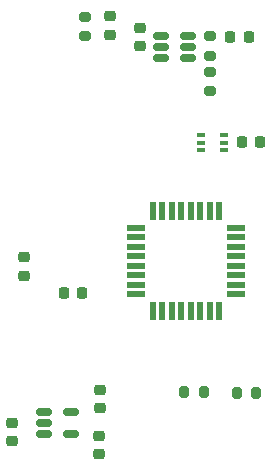
<source format=gtp>
G04 #@! TF.GenerationSoftware,KiCad,Pcbnew,7.0.9-7.0.9~ubuntu22.04.1*
G04 #@! TF.CreationDate,2023-11-28T09:56:05+02:00*
G04 #@! TF.ProjectId,elepajaradio,656c6570-616a-4617-9261-64696f2e6b69,rev?*
G04 #@! TF.SameCoordinates,Original*
G04 #@! TF.FileFunction,Paste,Top*
G04 #@! TF.FilePolarity,Positive*
%FSLAX46Y46*%
G04 Gerber Fmt 4.6, Leading zero omitted, Abs format (unit mm)*
G04 Created by KiCad (PCBNEW 7.0.9-7.0.9~ubuntu22.04.1) date 2023-11-28 09:56:05*
%MOMM*%
%LPD*%
G01*
G04 APERTURE LIST*
G04 Aperture macros list*
%AMRoundRect*
0 Rectangle with rounded corners*
0 $1 Rounding radius*
0 $2 $3 $4 $5 $6 $7 $8 $9 X,Y pos of 4 corners*
0 Add a 4 corners polygon primitive as box body*
4,1,4,$2,$3,$4,$5,$6,$7,$8,$9,$2,$3,0*
0 Add four circle primitives for the rounded corners*
1,1,$1+$1,$2,$3*
1,1,$1+$1,$4,$5*
1,1,$1+$1,$6,$7*
1,1,$1+$1,$8,$9*
0 Add four rect primitives between the rounded corners*
20,1,$1+$1,$2,$3,$4,$5,0*
20,1,$1+$1,$4,$5,$6,$7,0*
20,1,$1+$1,$6,$7,$8,$9,0*
20,1,$1+$1,$8,$9,$2,$3,0*%
G04 Aperture macros list end*
%ADD10RoundRect,0.225000X-0.225000X-0.250000X0.225000X-0.250000X0.225000X0.250000X-0.225000X0.250000X0*%
%ADD11RoundRect,0.225000X0.250000X-0.225000X0.250000X0.225000X-0.250000X0.225000X-0.250000X-0.225000X0*%
%ADD12RoundRect,0.200000X-0.200000X-0.275000X0.200000X-0.275000X0.200000X0.275000X-0.200000X0.275000X0*%
%ADD13RoundRect,0.200000X-0.275000X0.200000X-0.275000X-0.200000X0.275000X-0.200000X0.275000X0.200000X0*%
%ADD14RoundRect,0.225000X-0.250000X0.225000X-0.250000X-0.225000X0.250000X-0.225000X0.250000X0.225000X0*%
%ADD15RoundRect,0.150000X-0.512500X-0.150000X0.512500X-0.150000X0.512500X0.150000X-0.512500X0.150000X0*%
%ADD16R,0.650000X0.400000*%
%ADD17RoundRect,0.200000X0.275000X-0.200000X0.275000X0.200000X-0.275000X0.200000X-0.275000X-0.200000X0*%
%ADD18RoundRect,0.225000X0.225000X0.250000X-0.225000X0.250000X-0.225000X-0.250000X0.225000X-0.250000X0*%
%ADD19R,1.600000X0.550000*%
%ADD20R,0.550000X1.600000*%
%ADD21RoundRect,0.200000X0.200000X0.275000X-0.200000X0.275000X-0.200000X-0.275000X0.200000X-0.275000X0*%
%ADD22RoundRect,0.218750X0.256250X-0.218750X0.256250X0.218750X-0.256250X0.218750X-0.256250X-0.218750X0*%
G04 APERTURE END LIST*
D10*
X148225000Y-87850000D03*
X149775000Y-87850000D03*
D11*
X129780000Y-99195000D03*
X129780000Y-97645000D03*
D12*
X143310000Y-109010000D03*
X144960000Y-109010000D03*
D13*
X134925649Y-77264165D03*
X134925649Y-78914165D03*
D14*
X136137119Y-112788400D03*
X136137119Y-114338400D03*
D11*
X128750918Y-113233408D03*
X128750918Y-111683408D03*
D15*
X131482500Y-110740000D03*
X131482500Y-111690000D03*
X131482500Y-112640000D03*
X133757500Y-112640000D03*
X133757500Y-110740000D03*
D11*
X136158007Y-110431205D03*
X136158007Y-108881205D03*
D16*
X144780000Y-87300000D03*
X144780000Y-87950000D03*
X144780000Y-88600000D03*
X146680000Y-88600000D03*
X146680000Y-87950000D03*
X146680000Y-87300000D03*
D17*
X145500000Y-80575000D03*
X145500000Y-78925000D03*
D15*
X141395000Y-78870000D03*
X141395000Y-79820000D03*
X141395000Y-80770000D03*
X143670000Y-80770000D03*
X143670000Y-79820000D03*
X143670000Y-78870000D03*
D13*
X145500000Y-81925000D03*
X145500000Y-83575000D03*
D10*
X133125000Y-100650000D03*
X134675000Y-100650000D03*
D18*
X148775000Y-79000000D03*
X147225000Y-79000000D03*
D19*
X139230000Y-95150000D03*
X139230000Y-95950000D03*
X139230000Y-96750000D03*
X139230000Y-97550000D03*
X139230000Y-98350000D03*
X139230000Y-99150000D03*
X139230000Y-99950000D03*
X139230000Y-100750000D03*
D20*
X140680000Y-102200000D03*
X141480000Y-102200000D03*
X142280000Y-102200000D03*
X143080000Y-102200000D03*
X143880000Y-102200000D03*
X144680000Y-102200000D03*
X145480000Y-102200000D03*
X146280000Y-102200000D03*
D19*
X147730000Y-100750000D03*
X147730000Y-99950000D03*
X147730000Y-99150000D03*
X147730000Y-98350000D03*
X147730000Y-97550000D03*
X147730000Y-96750000D03*
X147730000Y-95950000D03*
X147730000Y-95150000D03*
D20*
X146280000Y-93700000D03*
X145480000Y-93700000D03*
X144680000Y-93700000D03*
X143880000Y-93700000D03*
X143080000Y-93700000D03*
X142280000Y-93700000D03*
X141480000Y-93700000D03*
X140680000Y-93700000D03*
D14*
X137000000Y-77250000D03*
X137000000Y-78800000D03*
D21*
X149415000Y-109150000D03*
X147765000Y-109150000D03*
D22*
X139600000Y-79787500D03*
X139600000Y-78212500D03*
M02*

</source>
